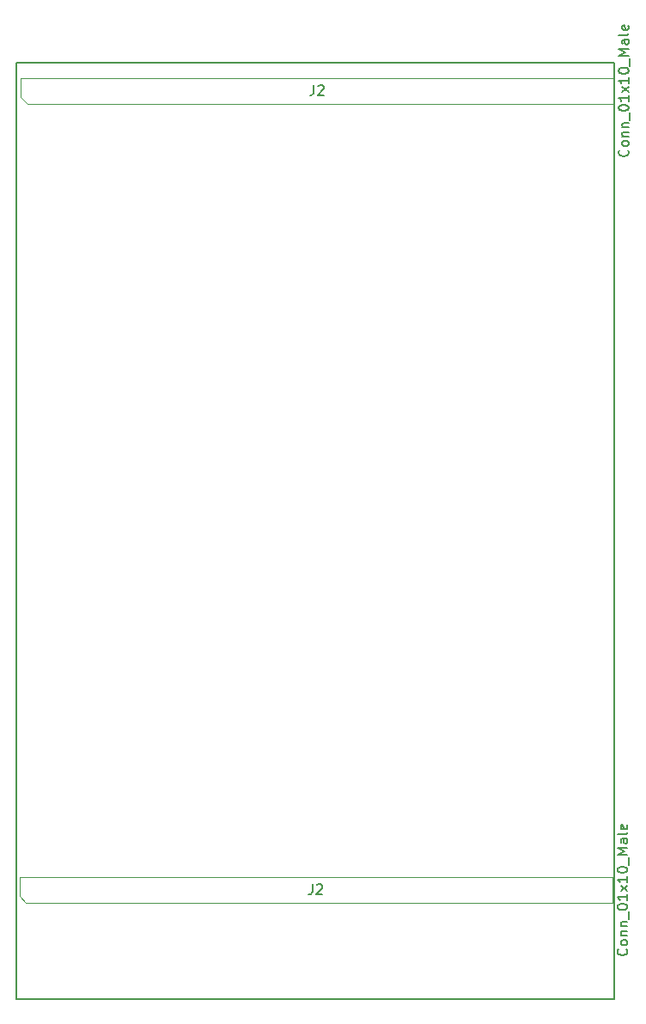
<source format=gbr>
%TF.GenerationSoftware,KiCad,Pcbnew,(5.99.0-13086-gffd1139cfe)*%
%TF.CreationDate,2021-11-22T18:43:28+08:00*%
%TF.ProjectId,Farini_EURO,46617269-6e69-45f4-9555-524f2e6b6963,rev?*%
%TF.SameCoordinates,Original*%
%TF.FileFunction,AssemblyDrawing,Top*%
%FSLAX46Y46*%
G04 Gerber Fmt 4.6, Leading zero omitted, Abs format (unit mm)*
G04 Created by KiCad (PCBNEW (5.99.0-13086-gffd1139cfe)) date 2021-11-22 18:43:28*
%MOMM*%
%LPD*%
G01*
G04 APERTURE LIST*
%TA.AperFunction,Profile*%
%ADD10C,0.150000*%
%TD*%
%ADD11C,0.150000*%
%ADD12C,0.100000*%
G04 APERTURE END LIST*
D10*
X47205489Y-140455901D02*
X106135489Y-140455901D01*
X47205489Y-48154626D02*
X47205489Y-140455901D01*
X106135489Y-48154626D02*
X47205489Y-48154626D01*
X106135489Y-140455901D02*
X106135489Y-48154626D01*
D11*
%TO.C,J2*%
X107484460Y-56788822D02*
X107532079Y-56836441D01*
X107579698Y-56979298D01*
X107579698Y-57074536D01*
X107532079Y-57217393D01*
X107436841Y-57312631D01*
X107341603Y-57360250D01*
X107151127Y-57407869D01*
X107008270Y-57407869D01*
X106817794Y-57360250D01*
X106722556Y-57312631D01*
X106627318Y-57217393D01*
X106579698Y-57074536D01*
X106579698Y-56979298D01*
X106627318Y-56836441D01*
X106674937Y-56788822D01*
X107579698Y-56217393D02*
X107532079Y-56312631D01*
X107484460Y-56360250D01*
X107389222Y-56407869D01*
X107103508Y-56407869D01*
X107008270Y-56360250D01*
X106960651Y-56312631D01*
X106913032Y-56217393D01*
X106913032Y-56074536D01*
X106960651Y-55979298D01*
X107008270Y-55931679D01*
X107103508Y-55884060D01*
X107389222Y-55884060D01*
X107484460Y-55931679D01*
X107532079Y-55979298D01*
X107579698Y-56074536D01*
X107579698Y-56217393D01*
X106913032Y-55455489D02*
X107579698Y-55455489D01*
X107008270Y-55455489D02*
X106960651Y-55407869D01*
X106913032Y-55312631D01*
X106913032Y-55169774D01*
X106960651Y-55074536D01*
X107055889Y-55026917D01*
X107579698Y-55026917D01*
X106913032Y-54550727D02*
X107579698Y-54550727D01*
X107008270Y-54550727D02*
X106960651Y-54503108D01*
X106913032Y-54407869D01*
X106913032Y-54265012D01*
X106960651Y-54169774D01*
X107055889Y-54122155D01*
X107579698Y-54122155D01*
X107674937Y-53884060D02*
X107674937Y-53122155D01*
X106579698Y-52693584D02*
X106579698Y-52598346D01*
X106627318Y-52503108D01*
X106674937Y-52455489D01*
X106770175Y-52407869D01*
X106960651Y-52360250D01*
X107198746Y-52360250D01*
X107389222Y-52407869D01*
X107484460Y-52455489D01*
X107532079Y-52503108D01*
X107579698Y-52598346D01*
X107579698Y-52693584D01*
X107532079Y-52788822D01*
X107484460Y-52836441D01*
X107389222Y-52884060D01*
X107198746Y-52931679D01*
X106960651Y-52931679D01*
X106770175Y-52884060D01*
X106674937Y-52836441D01*
X106627318Y-52788822D01*
X106579698Y-52693584D01*
X107579698Y-51407869D02*
X107579698Y-51979298D01*
X107579698Y-51693584D02*
X106579698Y-51693584D01*
X106722556Y-51788822D01*
X106817794Y-51884060D01*
X106865413Y-51979298D01*
X107579698Y-51074536D02*
X106913032Y-50550727D01*
X106913032Y-51074536D02*
X107579698Y-50550727D01*
X107579698Y-49645965D02*
X107579698Y-50217393D01*
X107579698Y-49931679D02*
X106579698Y-49931679D01*
X106722556Y-50026917D01*
X106817794Y-50122155D01*
X106865413Y-50217393D01*
X106579698Y-49026917D02*
X106579698Y-48931679D01*
X106627318Y-48836441D01*
X106674937Y-48788822D01*
X106770175Y-48741203D01*
X106960651Y-48693584D01*
X107198746Y-48693584D01*
X107389222Y-48741203D01*
X107484460Y-48788822D01*
X107532079Y-48836441D01*
X107579698Y-48931679D01*
X107579698Y-49026917D01*
X107532079Y-49122155D01*
X107484460Y-49169774D01*
X107389222Y-49217393D01*
X107198746Y-49265012D01*
X106960651Y-49265012D01*
X106770175Y-49217393D01*
X106674937Y-49169774D01*
X106627318Y-49122155D01*
X106579698Y-49026917D01*
X107674937Y-48503108D02*
X107674937Y-47741203D01*
X107579698Y-47503108D02*
X106579698Y-47503108D01*
X107293984Y-47169774D01*
X106579698Y-46836441D01*
X107579698Y-46836441D01*
X107579698Y-45931679D02*
X107055889Y-45931679D01*
X106960651Y-45979298D01*
X106913032Y-46074536D01*
X106913032Y-46265012D01*
X106960651Y-46360250D01*
X107532079Y-45931679D02*
X107579698Y-46026917D01*
X107579698Y-46265012D01*
X107532079Y-46360250D01*
X107436841Y-46407869D01*
X107341603Y-46407869D01*
X107246365Y-46360250D01*
X107198746Y-46265012D01*
X107198746Y-46026917D01*
X107151127Y-45931679D01*
X107579698Y-45312631D02*
X107532079Y-45407869D01*
X107436841Y-45455489D01*
X106579698Y-45455489D01*
X107532079Y-44550727D02*
X107579698Y-44645965D01*
X107579698Y-44836441D01*
X107532079Y-44931679D01*
X107436841Y-44979298D01*
X107055889Y-44979298D01*
X106960651Y-44931679D01*
X106913032Y-44836441D01*
X106913032Y-44645965D01*
X106960651Y-44550727D01*
X107055889Y-44503108D01*
X107151127Y-44503108D01*
X107246365Y-44979298D01*
X76523984Y-50407869D02*
X76523984Y-51122155D01*
X76476365Y-51265012D01*
X76381127Y-51360250D01*
X76238270Y-51407869D01*
X76143032Y-51407869D01*
X76952556Y-50503108D02*
X77000175Y-50455489D01*
X77095413Y-50407869D01*
X77333508Y-50407869D01*
X77428746Y-50455489D01*
X77476365Y-50503108D01*
X77523984Y-50598346D01*
X77523984Y-50693584D01*
X77476365Y-50836441D01*
X76904937Y-51407869D01*
X77523984Y-51407869D01*
X107357631Y-135538822D02*
X107405250Y-135586441D01*
X107452869Y-135729298D01*
X107452869Y-135824536D01*
X107405250Y-135967393D01*
X107310012Y-136062631D01*
X107214774Y-136110250D01*
X107024298Y-136157869D01*
X106881441Y-136157869D01*
X106690965Y-136110250D01*
X106595727Y-136062631D01*
X106500489Y-135967393D01*
X106452869Y-135824536D01*
X106452869Y-135729298D01*
X106500489Y-135586441D01*
X106548108Y-135538822D01*
X107452869Y-134967393D02*
X107405250Y-135062631D01*
X107357631Y-135110250D01*
X107262393Y-135157869D01*
X106976679Y-135157869D01*
X106881441Y-135110250D01*
X106833822Y-135062631D01*
X106786203Y-134967393D01*
X106786203Y-134824536D01*
X106833822Y-134729298D01*
X106881441Y-134681679D01*
X106976679Y-134634060D01*
X107262393Y-134634060D01*
X107357631Y-134681679D01*
X107405250Y-134729298D01*
X107452869Y-134824536D01*
X107452869Y-134967393D01*
X106786203Y-134205489D02*
X107452869Y-134205489D01*
X106881441Y-134205489D02*
X106833822Y-134157869D01*
X106786203Y-134062631D01*
X106786203Y-133919774D01*
X106833822Y-133824536D01*
X106929060Y-133776917D01*
X107452869Y-133776917D01*
X106786203Y-133300727D02*
X107452869Y-133300727D01*
X106881441Y-133300727D02*
X106833822Y-133253108D01*
X106786203Y-133157869D01*
X106786203Y-133015012D01*
X106833822Y-132919774D01*
X106929060Y-132872155D01*
X107452869Y-132872155D01*
X107548108Y-132634060D02*
X107548108Y-131872155D01*
X106452869Y-131443584D02*
X106452869Y-131348346D01*
X106500489Y-131253108D01*
X106548108Y-131205489D01*
X106643346Y-131157869D01*
X106833822Y-131110250D01*
X107071917Y-131110250D01*
X107262393Y-131157869D01*
X107357631Y-131205489D01*
X107405250Y-131253108D01*
X107452869Y-131348346D01*
X107452869Y-131443584D01*
X107405250Y-131538822D01*
X107357631Y-131586441D01*
X107262393Y-131634060D01*
X107071917Y-131681679D01*
X106833822Y-131681679D01*
X106643346Y-131634060D01*
X106548108Y-131586441D01*
X106500489Y-131538822D01*
X106452869Y-131443584D01*
X107452869Y-130157869D02*
X107452869Y-130729298D01*
X107452869Y-130443584D02*
X106452869Y-130443584D01*
X106595727Y-130538822D01*
X106690965Y-130634060D01*
X106738584Y-130729298D01*
X107452869Y-129824536D02*
X106786203Y-129300727D01*
X106786203Y-129824536D02*
X107452869Y-129300727D01*
X107452869Y-128395965D02*
X107452869Y-128967393D01*
X107452869Y-128681679D02*
X106452869Y-128681679D01*
X106595727Y-128776917D01*
X106690965Y-128872155D01*
X106738584Y-128967393D01*
X106452869Y-127776917D02*
X106452869Y-127681679D01*
X106500489Y-127586441D01*
X106548108Y-127538822D01*
X106643346Y-127491203D01*
X106833822Y-127443584D01*
X107071917Y-127443584D01*
X107262393Y-127491203D01*
X107357631Y-127538822D01*
X107405250Y-127586441D01*
X107452869Y-127681679D01*
X107452869Y-127776917D01*
X107405250Y-127872155D01*
X107357631Y-127919774D01*
X107262393Y-127967393D01*
X107071917Y-128015012D01*
X106833822Y-128015012D01*
X106643346Y-127967393D01*
X106548108Y-127919774D01*
X106500489Y-127872155D01*
X106452869Y-127776917D01*
X107548108Y-127253108D02*
X107548108Y-126491203D01*
X107452869Y-126253108D02*
X106452869Y-126253108D01*
X107167155Y-125919774D01*
X106452869Y-125586441D01*
X107452869Y-125586441D01*
X107452869Y-124681679D02*
X106929060Y-124681679D01*
X106833822Y-124729298D01*
X106786203Y-124824536D01*
X106786203Y-125015012D01*
X106833822Y-125110250D01*
X107405250Y-124681679D02*
X107452869Y-124776917D01*
X107452869Y-125015012D01*
X107405250Y-125110250D01*
X107310012Y-125157869D01*
X107214774Y-125157869D01*
X107119536Y-125110250D01*
X107071917Y-125015012D01*
X107071917Y-124776917D01*
X107024298Y-124681679D01*
X107452869Y-124062631D02*
X107405250Y-124157869D01*
X107310012Y-124205489D01*
X106452869Y-124205489D01*
X107405250Y-123300727D02*
X107452869Y-123395965D01*
X107452869Y-123586441D01*
X107405250Y-123681679D01*
X107310012Y-123729298D01*
X106929060Y-123729298D01*
X106833822Y-123681679D01*
X106786203Y-123586441D01*
X106786203Y-123395965D01*
X106833822Y-123300727D01*
X106929060Y-123253108D01*
X107024298Y-123253108D01*
X107119536Y-123729298D01*
X76397155Y-129157869D02*
X76397155Y-129872155D01*
X76349536Y-130015012D01*
X76254298Y-130110250D01*
X76111441Y-130157869D01*
X76016203Y-130157869D01*
X76825727Y-129253108D02*
X76873346Y-129205489D01*
X76968584Y-129157869D01*
X77206679Y-129157869D01*
X77301917Y-129205489D01*
X77349536Y-129253108D01*
X77397155Y-129348346D01*
X77397155Y-129443584D01*
X77349536Y-129586441D01*
X76778108Y-130157869D01*
X77397155Y-130157869D01*
D12*
X47647318Y-49685489D02*
X106067318Y-49685489D01*
X47647318Y-51590489D02*
X47647318Y-49685489D01*
X48282318Y-52225489D02*
X47647318Y-51590489D01*
X106067318Y-52225489D02*
X48282318Y-52225489D01*
X106067318Y-49685489D02*
X106067318Y-52225489D01*
X48155489Y-130975489D02*
X47520489Y-130340489D01*
X47520489Y-130340489D02*
X47520489Y-128435489D01*
X105940489Y-130975489D02*
X48155489Y-130975489D01*
X105940489Y-128435489D02*
X105940489Y-130975489D01*
X47520489Y-128435489D02*
X105940489Y-128435489D01*
%TD*%
M02*

</source>
